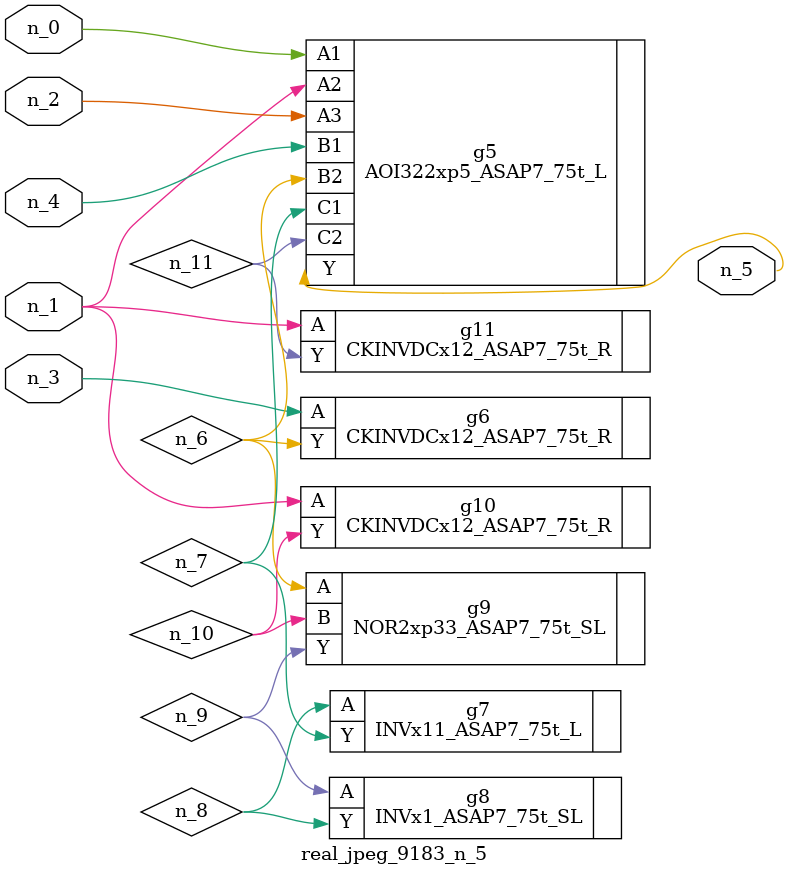
<source format=v>
module real_jpeg_9183_n_5 (n_4, n_0, n_1, n_2, n_3, n_5);

input n_4;
input n_0;
input n_1;
input n_2;
input n_3;

output n_5;

wire n_8;
wire n_11;
wire n_6;
wire n_7;
wire n_10;
wire n_9;

AOI322xp5_ASAP7_75t_L g5 ( 
.A1(n_0),
.A2(n_1),
.A3(n_2),
.B1(n_4),
.B2(n_6),
.C1(n_7),
.C2(n_11),
.Y(n_5)
);

CKINVDCx12_ASAP7_75t_R g10 ( 
.A(n_1),
.Y(n_10)
);

CKINVDCx12_ASAP7_75t_R g11 ( 
.A(n_1),
.Y(n_11)
);

CKINVDCx12_ASAP7_75t_R g6 ( 
.A(n_3),
.Y(n_6)
);

NOR2xp33_ASAP7_75t_SL g9 ( 
.A(n_6),
.B(n_10),
.Y(n_9)
);

INVx11_ASAP7_75t_L g7 ( 
.A(n_8),
.Y(n_7)
);

INVx1_ASAP7_75t_SL g8 ( 
.A(n_9),
.Y(n_8)
);


endmodule
</source>
